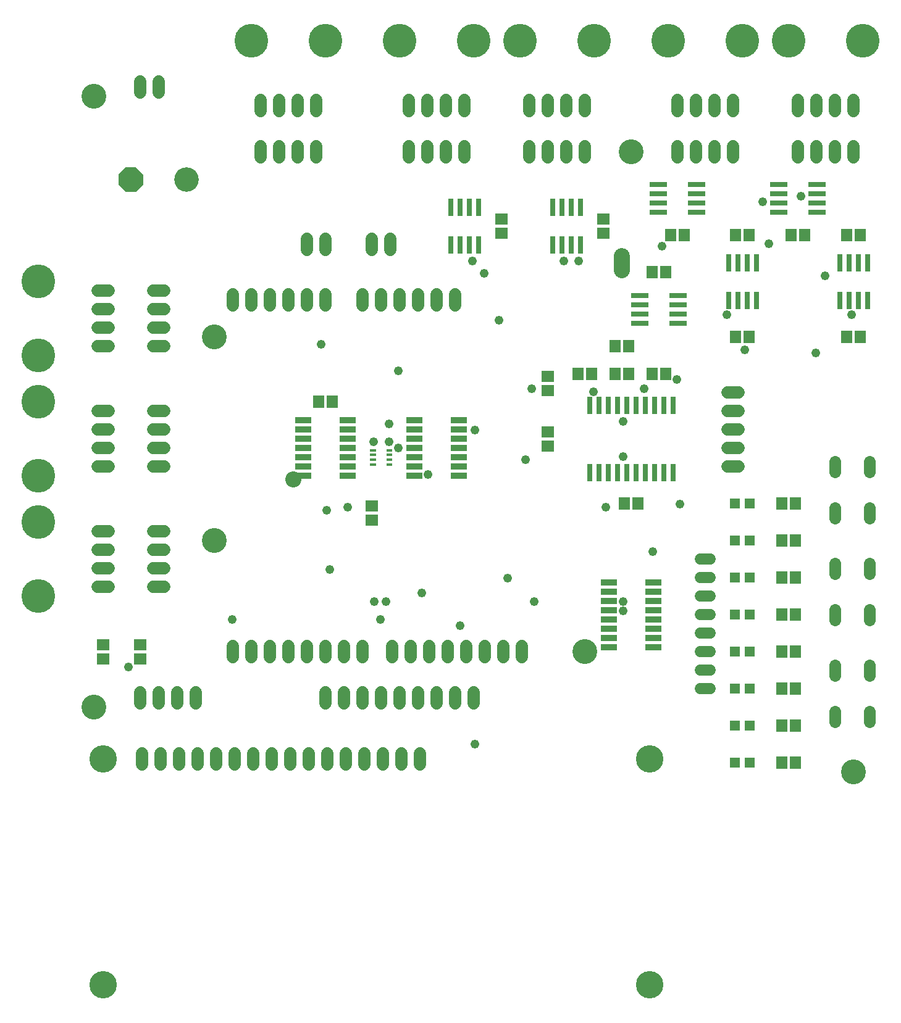
<source format=gts>
G75*
G70*
%OFA0B0*%
%FSLAX24Y24*%
%IPPOS*%
%LPD*%
%AMOC8*
5,1,8,0,0,1.08239X$1,22.5*
%
%ADD10C,0.1340*%
%ADD11R,0.0316X0.0946*%
%ADD12R,0.0240X0.0160*%
%ADD13R,0.0946X0.0316*%
%ADD14C,0.0867*%
%ADD15C,0.0680*%
%ADD16R,0.0880X0.0340*%
%ADD17C,0.0634*%
%ADD18C,0.1480*%
%ADD19C,0.1820*%
%ADD20R,0.0671X0.0592*%
%ADD21R,0.0592X0.0671*%
%ADD22C,0.0860*%
%ADD23C,0.0600*%
%ADD24R,0.0552X0.0552*%
%ADD25OC8,0.1320*%
%ADD26C,0.1320*%
%ADD27C,0.0480*%
%ADD28C,0.0476*%
D10*
X004634Y016506D03*
X011134Y025506D03*
X011134Y036506D03*
X004634Y049506D03*
X031134Y019506D03*
X045634Y013006D03*
X033634Y046506D03*
D11*
X030884Y043530D03*
X030384Y043530D03*
X029884Y043530D03*
X029384Y043530D03*
X029384Y041482D03*
X029884Y041482D03*
X030384Y041482D03*
X030884Y041482D03*
X025384Y041482D03*
X024884Y041482D03*
X024384Y041482D03*
X023884Y041482D03*
X023884Y043530D03*
X024384Y043530D03*
X024884Y043530D03*
X025384Y043530D03*
X031384Y032817D03*
X031884Y032817D03*
X032384Y032817D03*
X032884Y032817D03*
X033384Y032817D03*
X033884Y032817D03*
X034384Y032817D03*
X034884Y032817D03*
X035384Y032817D03*
X035884Y032817D03*
X035884Y029195D03*
X035384Y029195D03*
X034884Y029195D03*
X034384Y029195D03*
X033884Y029195D03*
X033384Y029195D03*
X032884Y029195D03*
X032384Y029195D03*
X031884Y029195D03*
X031384Y029195D03*
X038884Y038482D03*
X039384Y038482D03*
X039884Y038482D03*
X040384Y038482D03*
X040384Y040530D03*
X039884Y040530D03*
X039384Y040530D03*
X038884Y040530D03*
X044884Y040530D03*
X045384Y040530D03*
X045884Y040530D03*
X046384Y040530D03*
X046384Y038482D03*
X045884Y038482D03*
X045384Y038482D03*
X044884Y038482D03*
D12*
X020646Y030390D03*
X020518Y030390D03*
X020518Y030134D03*
X020646Y030134D03*
X020646Y029878D03*
X020518Y029878D03*
X020518Y029622D03*
X020646Y029622D03*
X019751Y029622D03*
X019623Y029622D03*
X019623Y029878D03*
X019751Y029878D03*
X019751Y030134D03*
X019623Y030134D03*
X019623Y030390D03*
X019751Y030390D03*
D13*
X034111Y037256D03*
X034111Y037756D03*
X034111Y038256D03*
X034111Y038756D03*
X036158Y038756D03*
X036158Y038256D03*
X036158Y037756D03*
X036158Y037256D03*
X037158Y043256D03*
X037158Y043756D03*
X037158Y044256D03*
X037158Y044756D03*
X035111Y044756D03*
X035111Y044256D03*
X035111Y043756D03*
X035111Y043256D03*
X041611Y043256D03*
X041611Y043756D03*
X041611Y044256D03*
X041611Y044756D03*
X043658Y044756D03*
X043658Y044256D03*
X043658Y043756D03*
X043658Y043256D03*
D14*
X015414Y028831D03*
D15*
X008434Y029506D02*
X007834Y029506D01*
X007834Y030506D02*
X008434Y030506D01*
X008434Y031506D02*
X007834Y031506D01*
X007834Y032506D02*
X008434Y032506D01*
X005434Y032506D02*
X004834Y032506D01*
X004834Y031506D02*
X005434Y031506D01*
X005434Y030506D02*
X004834Y030506D01*
X004834Y029506D02*
X005434Y029506D01*
X005434Y026006D02*
X004834Y026006D01*
X004834Y025006D02*
X005434Y025006D01*
X005434Y024006D02*
X004834Y024006D01*
X004834Y023006D02*
X005434Y023006D01*
X007834Y023006D02*
X008434Y023006D01*
X008434Y024006D02*
X007834Y024006D01*
X007834Y025006D02*
X008434Y025006D01*
X008434Y026006D02*
X007834Y026006D01*
X012134Y019806D02*
X012134Y019206D01*
X013134Y019206D02*
X013134Y019806D01*
X014134Y019806D02*
X014134Y019206D01*
X015134Y019206D02*
X015134Y019806D01*
X016134Y019806D02*
X016134Y019206D01*
X017134Y019206D02*
X017134Y019806D01*
X018134Y019806D02*
X018134Y019206D01*
X019134Y019206D02*
X019134Y019806D01*
X020734Y019806D02*
X020734Y019206D01*
X021734Y019206D02*
X021734Y019806D01*
X022734Y019806D02*
X022734Y019206D01*
X023734Y019206D02*
X023734Y019806D01*
X024734Y019806D02*
X024734Y019206D01*
X025734Y019206D02*
X025734Y019806D01*
X026734Y019806D02*
X026734Y019206D01*
X027734Y019206D02*
X027734Y019806D01*
X025134Y017306D02*
X025134Y016706D01*
X024134Y016706D02*
X024134Y017306D01*
X023134Y017306D02*
X023134Y016706D01*
X022134Y016706D02*
X022134Y017306D01*
X021134Y017306D02*
X021134Y016706D01*
X020134Y016706D02*
X020134Y017306D01*
X019134Y017306D02*
X019134Y016706D01*
X018134Y016706D02*
X018134Y017306D01*
X017134Y017306D02*
X017134Y016706D01*
X017234Y014006D02*
X017234Y013406D01*
X016234Y013406D02*
X016234Y014006D01*
X015234Y014006D02*
X015234Y013406D01*
X014234Y013406D02*
X014234Y014006D01*
X013234Y014006D02*
X013234Y013406D01*
X012234Y013406D02*
X012234Y014006D01*
X011234Y014006D02*
X011234Y013406D01*
X010234Y013406D02*
X010234Y014006D01*
X009234Y014006D02*
X009234Y013406D01*
X008234Y013406D02*
X008234Y014006D01*
X007234Y014006D02*
X007234Y013406D01*
X007134Y016706D02*
X007134Y017306D01*
X008134Y017306D02*
X008134Y016706D01*
X009134Y016706D02*
X009134Y017306D01*
X010134Y017306D02*
X010134Y016706D01*
X018234Y014006D02*
X018234Y013406D01*
X019234Y013406D02*
X019234Y014006D01*
X020234Y014006D02*
X020234Y013406D01*
X021234Y013406D02*
X021234Y014006D01*
X022234Y014006D02*
X022234Y013406D01*
X038834Y029506D02*
X039434Y029506D01*
X039434Y030506D02*
X038834Y030506D01*
X038834Y031506D02*
X039434Y031506D01*
X039434Y032506D02*
X038834Y032506D01*
X038834Y033506D02*
X039434Y033506D01*
X039134Y046206D02*
X039134Y046806D01*
X038134Y046806D02*
X038134Y046206D01*
X037134Y046206D02*
X037134Y046806D01*
X036134Y046806D02*
X036134Y046206D01*
X036134Y048706D02*
X036134Y049306D01*
X037134Y049306D02*
X037134Y048706D01*
X038134Y048706D02*
X038134Y049306D01*
X039134Y049306D02*
X039134Y048706D01*
X042634Y048706D02*
X042634Y049306D01*
X043634Y049306D02*
X043634Y048706D01*
X044634Y048706D02*
X044634Y049306D01*
X045634Y049306D02*
X045634Y048706D01*
X045634Y046806D02*
X045634Y046206D01*
X044634Y046206D02*
X044634Y046806D01*
X043634Y046806D02*
X043634Y046206D01*
X042634Y046206D02*
X042634Y046806D01*
X031134Y046806D02*
X031134Y046206D01*
X030134Y046206D02*
X030134Y046806D01*
X029134Y046806D02*
X029134Y046206D01*
X028134Y046206D02*
X028134Y046806D01*
X028134Y048706D02*
X028134Y049306D01*
X029134Y049306D02*
X029134Y048706D01*
X030134Y048706D02*
X030134Y049306D01*
X031134Y049306D02*
X031134Y048706D01*
X024634Y048706D02*
X024634Y049306D01*
X023634Y049306D02*
X023634Y048706D01*
X022634Y048706D02*
X022634Y049306D01*
X021634Y049306D02*
X021634Y048706D01*
X021634Y046806D02*
X021634Y046206D01*
X022634Y046206D02*
X022634Y046806D01*
X023634Y046806D02*
X023634Y046206D01*
X024634Y046206D02*
X024634Y046806D01*
X020634Y041806D02*
X020634Y041206D01*
X019634Y041206D02*
X019634Y041806D01*
X017134Y041806D02*
X017134Y041206D01*
X016134Y041206D02*
X016134Y041806D01*
X016134Y038806D02*
X016134Y038206D01*
X015134Y038206D02*
X015134Y038806D01*
X014134Y038806D02*
X014134Y038206D01*
X013134Y038206D02*
X013134Y038806D01*
X012134Y038806D02*
X012134Y038206D01*
X008434Y038006D02*
X007834Y038006D01*
X007834Y037006D02*
X008434Y037006D01*
X008434Y036006D02*
X007834Y036006D01*
X005434Y036006D02*
X004834Y036006D01*
X004834Y037006D02*
X005434Y037006D01*
X005434Y038006D02*
X004834Y038006D01*
X004834Y039006D02*
X005434Y039006D01*
X007834Y039006D02*
X008434Y039006D01*
X013634Y046206D02*
X013634Y046806D01*
X014634Y046806D02*
X014634Y046206D01*
X015634Y046206D02*
X015634Y046806D01*
X016634Y046806D02*
X016634Y046206D01*
X016634Y048706D02*
X016634Y049306D01*
X015634Y049306D02*
X015634Y048706D01*
X014634Y048706D02*
X014634Y049306D01*
X013634Y049306D02*
X013634Y048706D01*
X008134Y049706D02*
X008134Y050306D01*
X007134Y050306D02*
X007134Y049706D01*
X017134Y038806D02*
X017134Y038206D01*
X019134Y038206D02*
X019134Y038806D01*
X020134Y038806D02*
X020134Y038206D01*
X021134Y038206D02*
X021134Y038806D01*
X022134Y038806D02*
X022134Y038206D01*
X023134Y038206D02*
X023134Y038806D01*
X024134Y038806D02*
X024134Y038206D01*
D16*
X024344Y032006D03*
X024344Y031506D03*
X024344Y031006D03*
X024344Y030506D03*
X024344Y030006D03*
X024344Y029506D03*
X024344Y029006D03*
X021924Y029006D03*
X021924Y029506D03*
X021924Y030006D03*
X021924Y030506D03*
X021924Y031006D03*
X021924Y031506D03*
X021924Y032006D03*
X018344Y032006D03*
X018344Y031506D03*
X018344Y031006D03*
X018344Y030506D03*
X018344Y030006D03*
X018344Y029506D03*
X018344Y029006D03*
X015924Y029006D03*
X015924Y029506D03*
X015924Y030006D03*
X015924Y030506D03*
X015924Y031006D03*
X015924Y031506D03*
X015924Y032006D03*
X032424Y023256D03*
X032424Y022756D03*
X032424Y022256D03*
X032424Y021756D03*
X032424Y021256D03*
X032424Y020756D03*
X032424Y020256D03*
X032424Y019756D03*
X034844Y019756D03*
X034844Y020256D03*
X034844Y020756D03*
X034844Y021256D03*
X034844Y021756D03*
X034844Y022256D03*
X034844Y022756D03*
X034844Y023256D03*
D17*
X044634Y023729D02*
X044634Y024283D01*
X046509Y024283D02*
X046509Y023729D01*
X046509Y021783D02*
X046509Y021229D01*
X044634Y021229D02*
X044634Y021783D01*
X044634Y018783D02*
X044634Y018229D01*
X044634Y016283D02*
X044634Y015729D01*
X046509Y015729D02*
X046509Y016283D01*
X046509Y018229D02*
X046509Y018783D01*
X046509Y026729D02*
X046509Y027283D01*
X046509Y029229D02*
X046509Y029783D01*
X044634Y029783D02*
X044634Y029229D01*
X044634Y027283D02*
X044634Y026729D01*
D18*
X005134Y001506D03*
X005134Y013706D03*
X034634Y013706D03*
X034634Y001506D03*
D19*
X001634Y022506D03*
X001634Y026506D03*
X001634Y029006D03*
X001634Y033006D03*
X001634Y035506D03*
X001634Y039506D03*
X013134Y052506D03*
X017134Y052506D03*
X021134Y052506D03*
X025134Y052506D03*
X027634Y052506D03*
X031634Y052506D03*
X035634Y052506D03*
X039634Y052506D03*
X042134Y052506D03*
X046134Y052506D03*
D20*
X032134Y042880D03*
X032134Y042132D03*
X026634Y042132D03*
X026634Y042880D03*
X029134Y034380D03*
X029134Y033632D03*
X029134Y031380D03*
X029134Y030632D03*
X019634Y027380D03*
X019634Y026632D03*
X007134Y019880D03*
X007134Y019132D03*
X005134Y019132D03*
X005134Y019880D03*
D21*
X016760Y033006D03*
X017509Y033006D03*
X030760Y034506D03*
X031509Y034506D03*
X032760Y034506D03*
X033509Y034506D03*
X034760Y034506D03*
X035509Y034506D03*
X033509Y036006D03*
X032760Y036006D03*
X034760Y040006D03*
X035509Y040006D03*
X035760Y042006D03*
X036509Y042006D03*
X039260Y042006D03*
X040009Y042006D03*
X042260Y042006D03*
X043009Y042006D03*
X045260Y042006D03*
X046009Y042006D03*
X046009Y036506D03*
X045260Y036506D03*
X040009Y036506D03*
X039260Y036506D03*
X041760Y027506D03*
X042509Y027506D03*
X042509Y025506D03*
X041760Y025506D03*
X041760Y023506D03*
X042509Y023506D03*
X042509Y021506D03*
X041760Y021506D03*
X041760Y019506D03*
X042509Y019506D03*
X042509Y017506D03*
X041760Y017506D03*
X041760Y015506D03*
X042509Y015506D03*
X042509Y013506D03*
X041760Y013506D03*
X034009Y027506D03*
X033260Y027506D03*
D22*
X033134Y040116D02*
X033134Y040896D01*
D23*
X037374Y024506D02*
X037894Y024506D01*
X037894Y023506D02*
X037374Y023506D01*
X037374Y022506D02*
X037894Y022506D01*
X037894Y021506D02*
X037374Y021506D01*
X037374Y020506D02*
X037894Y020506D01*
X037894Y019506D02*
X037374Y019506D01*
X037374Y018506D02*
X037894Y018506D01*
X037894Y017506D02*
X037374Y017506D01*
D24*
X039221Y017506D03*
X040048Y017506D03*
X040048Y015506D03*
X039221Y015506D03*
X039221Y013506D03*
X040048Y013506D03*
X040048Y019506D03*
X039221Y019506D03*
X039221Y021506D03*
X040048Y021506D03*
X040048Y023506D03*
X039221Y023506D03*
X039221Y025506D03*
X040048Y025506D03*
X040048Y027506D03*
X039221Y027506D03*
D25*
X006634Y045006D03*
D26*
X009634Y045006D03*
D27*
X016894Y036126D03*
X021054Y034686D03*
X020574Y031806D03*
X020574Y030846D03*
X021054Y030526D03*
X022654Y029086D03*
X025214Y031486D03*
X027934Y029886D03*
X028254Y033726D03*
X031614Y033566D03*
X033214Y031966D03*
X034334Y033726D03*
X036094Y034206D03*
X038814Y037726D03*
X039774Y035806D03*
X043614Y035646D03*
X045534Y037726D03*
X044094Y039806D03*
X041054Y041566D03*
X040734Y043806D03*
X042814Y044126D03*
X035294Y041406D03*
X030814Y040606D03*
X030014Y040606D03*
X026494Y037406D03*
X025694Y039966D03*
X025054Y040606D03*
X033214Y030046D03*
X032254Y027326D03*
X034814Y024926D03*
X036254Y027486D03*
X033214Y022206D03*
X033214Y021726D03*
X028414Y022206D03*
X026974Y023486D03*
X024414Y020926D03*
X022334Y022686D03*
X020414Y022206D03*
X019774Y022206D03*
X020094Y021246D03*
X017374Y023966D03*
X017214Y027166D03*
X018334Y027326D03*
X012094Y021246D03*
X006494Y018686D03*
X025214Y014526D03*
D28*
X019734Y030856D03*
X019734Y030856D03*
M02*

</source>
